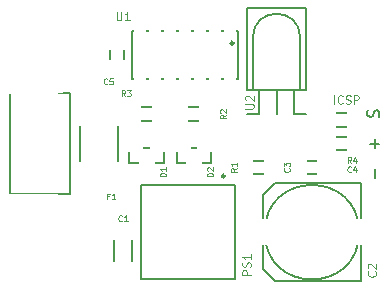
<source format=gbr>
G04 #@! TF.FileFunction,Legend,Top*
%FSLAX46Y46*%
G04 Gerber Fmt 4.6, Leading zero omitted, Abs format (unit mm)*
G04 Created by KiCad (PCBNEW (2015-08-26 BZR 6129, Git 2e41367)-product) date 9/23/2019 12:40:44 AM*
%MOMM*%
G01*
G04 APERTURE LIST*
%ADD10C,0.100000*%
%ADD11C,0.150000*%
%ADD12C,0.250000*%
%ADD13C,0.120000*%
%ADD14C,7.500000*%
%ADD15R,2.000000X1.400000*%
%ADD16R,1.300000X1.700000*%
%ADD17R,1.700000X1.300000*%
%ADD18R,2.400000X2.200000*%
%ADD19O,2.400000X2.200000*%
%ADD20C,2.400000*%
%ADD21R,2.400000X2.400000*%
%ADD22O,1.900000X2.900000*%
%ADD23R,4.700000X2.200000*%
%ADD24R,1.600000X1.750000*%
%ADD25R,1.750000X1.600000*%
%ADD26R,3.000000X3.000000*%
%ADD27R,2.200000X2.200000*%
%ADD28C,2.200000*%
%ADD29C,1.900000*%
%ADD30R,3.900000X2.180000*%
%ADD31R,1.400000X1.800000*%
%ADD32R,1.000000X2.400000*%
G04 APERTURE END LIST*
D10*
D11*
X11321429Y-2920952D02*
X11321429Y-2159047D01*
X11654762Y2254286D02*
X11702381Y2397143D01*
X11702381Y2635239D01*
X11654762Y2730477D01*
X11607143Y2778096D01*
X11511905Y2825715D01*
X11416667Y2825715D01*
X11321429Y2778096D01*
X11273810Y2730477D01*
X11226190Y2635239D01*
X11178571Y2444762D01*
X11130952Y2349524D01*
X11083333Y2301905D01*
X10988095Y2254286D01*
X10892857Y2254286D01*
X10797619Y2301905D01*
X10750000Y2349524D01*
X10702381Y2444762D01*
X10702381Y2682858D01*
X10750000Y2825715D01*
X11321429Y-380952D02*
X11321429Y380953D01*
X11702381Y1D02*
X10940476Y1D01*
X-9200000Y-7500000D02*
X-9200000Y-10700000D01*
X-9200000Y-10700000D02*
X-10800000Y-10700000D01*
X-10800000Y-10700000D02*
X-10800000Y-7500000D01*
X-10800000Y-7500000D02*
X-9200000Y-7500000D01*
X7500000Y-562500D02*
X9500000Y-562500D01*
X9500000Y-562500D02*
X9500000Y562500D01*
X9500000Y562500D02*
X7500000Y562500D01*
X7500000Y562500D02*
X7500000Y-562500D01*
X-11062500Y8500000D02*
X-11062500Y6500000D01*
X-11062500Y6500000D02*
X-9937500Y6500000D01*
X-9937500Y6500000D02*
X-9937500Y8500000D01*
X-9937500Y8500000D02*
X-11062500Y8500000D01*
X4500000Y4500000D02*
X4500000Y2500000D01*
X4500000Y2500000D02*
X5500000Y2500000D01*
X3000000Y4500000D02*
X3000000Y2500000D01*
X500000Y2500000D02*
X1500000Y2500000D01*
X1500000Y2500000D02*
X1500000Y4500000D01*
X5000000Y9000000D02*
X5000000Y4500000D01*
X1000000Y4500000D02*
X1000000Y9000000D01*
X5000000Y9000000D02*
G75*
G03X1000000Y9000000I-2000000J0D01*
G01*
X500000Y4500000D02*
X500000Y11500000D01*
X500000Y11500000D02*
X5500000Y11500000D01*
X5500000Y11500000D02*
X5500000Y4500000D01*
X5500000Y4500000D02*
X500000Y4500000D01*
X2850000Y-11650000D02*
X1850000Y-10650000D01*
X1850000Y-4350000D02*
X2850000Y-3350000D01*
X10150000Y-3350000D02*
X10150000Y-11650000D01*
X10150000Y-11650000D02*
X2850000Y-11650000D01*
X1850000Y-10650000D02*
X1850000Y-4350000D01*
X2850000Y-3350000D02*
X10150000Y-3350000D01*
X10000000Y-7500000D02*
G75*
G03X10000000Y-7500000I-4000000J0D01*
G01*
X5000000Y-2562500D02*
X7000000Y-2562500D01*
X7000000Y-2562500D02*
X7000000Y-1437500D01*
X7000000Y-1437500D02*
X5000000Y-1437500D01*
X5000000Y-1437500D02*
X5000000Y-2562500D01*
X-3000000Y3062500D02*
X-5000000Y3062500D01*
X-5000000Y3062500D02*
X-5000000Y1937500D01*
X-5000000Y1937500D02*
X-3000000Y1937500D01*
X-3000000Y1937500D02*
X-3000000Y3062500D01*
X-7000000Y3062500D02*
X-9000000Y3062500D01*
X-9000000Y3062500D02*
X-9000000Y1937500D01*
X-9000000Y1937500D02*
X-7000000Y1937500D01*
X-7000000Y1937500D02*
X-7000000Y3062500D01*
X9500000Y2562500D02*
X7500000Y2562500D01*
X7500000Y2562500D02*
X7500000Y1437500D01*
X7500000Y1437500D02*
X9500000Y1437500D01*
X9500000Y1437500D02*
X9500000Y2562500D01*
D12*
X-1375000Y-2750000D02*
G75*
G03X-1375000Y-2750000I-125000J0D01*
G01*
D11*
X-8500000Y-3500000D02*
X-8500000Y-11500000D01*
X-8500000Y-11500000D02*
X-500000Y-11500000D01*
X-500000Y-11500000D02*
X-500000Y-3500000D01*
X-500000Y-3500000D02*
X-8500000Y-3500000D01*
X-19550000Y-4300000D02*
X-19550000Y4300000D01*
X-19550000Y4300000D02*
X-14450000Y4300000D01*
X-14450000Y4300000D02*
X-14450000Y-4300000D01*
X-14450000Y-4300000D02*
X-19550000Y-4300000D01*
X-10380000Y2275000D02*
X-10380000Y-2275000D01*
X-10380000Y-2275000D02*
X-13620000Y-2275000D01*
X-13620000Y-2275000D02*
X-13620000Y2275000D01*
X-13620000Y2275000D02*
X-10380000Y2275000D01*
X-6540000Y-350000D02*
X-6540000Y-1650000D01*
X-6540000Y-1650000D02*
X-9460000Y-1650000D01*
X-9460000Y-1650000D02*
X-9460000Y-350000D01*
X-9460000Y-350000D02*
X-6540000Y-350000D01*
X-2540000Y-350000D02*
X-2540000Y-1650000D01*
X-2540000Y-1650000D02*
X-5460000Y-1650000D01*
X-5460000Y-1650000D02*
X-5460000Y-350000D01*
X-5460000Y-350000D02*
X-2540000Y-350000D01*
X-250000Y9500000D02*
X-9250000Y9500000D01*
X-9250000Y9500000D02*
X-9250000Y5500000D01*
X-9250000Y5500000D02*
X-250000Y5500000D01*
X-250000Y5500000D02*
X-250000Y9500000D01*
D12*
X-625000Y8500000D02*
G75*
G03X-625000Y8500000I-125000J0D01*
G01*
D11*
X500000Y-2562500D02*
X2500000Y-2562500D01*
X2500000Y-2562500D02*
X2500000Y-1437500D01*
X2500000Y-1437500D02*
X500000Y-1437500D01*
X500000Y-1437500D02*
X500000Y-2562500D01*
D10*
X-10083333Y-6528571D02*
X-10107143Y-6552381D01*
X-10178571Y-6576190D01*
X-10226190Y-6576190D01*
X-10297619Y-6552381D01*
X-10345238Y-6504762D01*
X-10369047Y-6457143D01*
X-10392857Y-6361905D01*
X-10392857Y-6290476D01*
X-10369047Y-6195238D01*
X-10345238Y-6147619D01*
X-10297619Y-6100000D01*
X-10226190Y-6076190D01*
X-10178571Y-6076190D01*
X-10107143Y-6100000D01*
X-10083333Y-6123810D01*
X-9607143Y-6576190D02*
X-9892857Y-6576190D01*
X-9750000Y-6576190D02*
X-9750000Y-6076190D01*
X-9797619Y-6147619D01*
X-9845238Y-6195238D01*
X-9892857Y-6219048D01*
X9316667Y-2378571D02*
X9292857Y-2402381D01*
X9221429Y-2426190D01*
X9173810Y-2426190D01*
X9102381Y-2402381D01*
X9054762Y-2354762D01*
X9030953Y-2307143D01*
X9007143Y-2211905D01*
X9007143Y-2140476D01*
X9030953Y-2045238D01*
X9054762Y-1997619D01*
X9102381Y-1950000D01*
X9173810Y-1926190D01*
X9221429Y-1926190D01*
X9292857Y-1950000D01*
X9316667Y-1973810D01*
X9745238Y-2092857D02*
X9745238Y-2426190D01*
X9626191Y-1902381D02*
X9507143Y-2259524D01*
X9816667Y-2259524D01*
X-11333333Y5071429D02*
X-11357143Y5047619D01*
X-11428571Y5023810D01*
X-11476190Y5023810D01*
X-11547619Y5047619D01*
X-11595238Y5095238D01*
X-11619047Y5142857D01*
X-11642857Y5238095D01*
X-11642857Y5309524D01*
X-11619047Y5404762D01*
X-11595238Y5452381D01*
X-11547619Y5500000D01*
X-11476190Y5523810D01*
X-11428571Y5523810D01*
X-11357143Y5500000D01*
X-11333333Y5476190D01*
X-10880952Y5523810D02*
X-11119047Y5523810D01*
X-11142857Y5285714D01*
X-11119047Y5309524D01*
X-11071428Y5333333D01*
X-10952381Y5333333D01*
X-10904762Y5309524D01*
X-10880952Y5285714D01*
X-10857143Y5238095D01*
X-10857143Y5119048D01*
X-10880952Y5071429D01*
X-10904762Y5047619D01*
X-10952381Y5023810D01*
X-11071428Y5023810D01*
X-11119047Y5047619D01*
X-11142857Y5071429D01*
D13*
X7866667Y3383333D02*
X7866667Y4083333D01*
X8600000Y3450000D02*
X8566666Y3416667D01*
X8466666Y3383333D01*
X8400000Y3383333D01*
X8300000Y3416667D01*
X8233333Y3483333D01*
X8200000Y3550000D01*
X8166666Y3683333D01*
X8166666Y3783333D01*
X8200000Y3916667D01*
X8233333Y3983333D01*
X8300000Y4050000D01*
X8400000Y4083333D01*
X8466666Y4083333D01*
X8566666Y4050000D01*
X8600000Y4016667D01*
X8866666Y3416667D02*
X8966666Y3383333D01*
X9133333Y3383333D01*
X9200000Y3416667D01*
X9233333Y3450000D01*
X9266666Y3516667D01*
X9266666Y3583333D01*
X9233333Y3650000D01*
X9200000Y3683333D01*
X9133333Y3716667D01*
X9000000Y3750000D01*
X8933333Y3783333D01*
X8900000Y3816667D01*
X8866666Y3883333D01*
X8866666Y3950000D01*
X8900000Y4016667D01*
X8933333Y4050000D01*
X9000000Y4083333D01*
X9166666Y4083333D01*
X9266666Y4050000D01*
X9566667Y3383333D02*
X9566667Y4083333D01*
X9833333Y4083333D01*
X9900000Y4050000D01*
X9933333Y4016667D01*
X9966667Y3950000D01*
X9966667Y3850000D01*
X9933333Y3783333D01*
X9900000Y3750000D01*
X9833333Y3716667D01*
X9566667Y3716667D01*
X366667Y2966667D02*
X933333Y2966667D01*
X1000000Y3000000D01*
X1033333Y3033333D01*
X1066667Y3100000D01*
X1066667Y3233333D01*
X1033333Y3300000D01*
X1000000Y3333333D01*
X933333Y3366667D01*
X366667Y3366667D01*
X433333Y3666666D02*
X400000Y3700000D01*
X366667Y3766666D01*
X366667Y3933333D01*
X400000Y4000000D01*
X433333Y4033333D01*
X500000Y4066666D01*
X566667Y4066666D01*
X666667Y4033333D01*
X1066667Y3633333D01*
X1066667Y4066666D01*
X11350000Y-10816666D02*
X11383333Y-10850000D01*
X11416667Y-10950000D01*
X11416667Y-11016666D01*
X11383333Y-11116666D01*
X11316667Y-11183333D01*
X11250000Y-11216666D01*
X11116667Y-11250000D01*
X11016667Y-11250000D01*
X10883333Y-11216666D01*
X10816667Y-11183333D01*
X10750000Y-11116666D01*
X10716667Y-11016666D01*
X10716667Y-10950000D01*
X10750000Y-10850000D01*
X10783333Y-10816666D01*
X10783333Y-10550000D02*
X10750000Y-10516666D01*
X10716667Y-10450000D01*
X10716667Y-10283333D01*
X10750000Y-10216666D01*
X10783333Y-10183333D01*
X10850000Y-10150000D01*
X10916667Y-10150000D01*
X11016667Y-10183333D01*
X11416667Y-10583333D01*
X11416667Y-10150000D01*
D10*
X4078571Y-2083333D02*
X4102381Y-2107143D01*
X4126190Y-2178571D01*
X4126190Y-2226190D01*
X4102381Y-2297619D01*
X4054762Y-2345238D01*
X4007143Y-2369047D01*
X3911905Y-2392857D01*
X3840476Y-2392857D01*
X3745238Y-2369047D01*
X3697619Y-2345238D01*
X3650000Y-2297619D01*
X3626190Y-2226190D01*
X3626190Y-2178571D01*
X3650000Y-2107143D01*
X3673810Y-2083333D01*
X3626190Y-1916666D02*
X3626190Y-1607143D01*
X3816667Y-1773809D01*
X3816667Y-1702381D01*
X3840476Y-1654762D01*
X3864286Y-1630952D01*
X3911905Y-1607143D01*
X4030952Y-1607143D01*
X4078571Y-1630952D01*
X4102381Y-1654762D01*
X4126190Y-1702381D01*
X4126190Y-1845238D01*
X4102381Y-1892857D01*
X4078571Y-1916666D01*
X-1273810Y2416667D02*
X-1511905Y2250000D01*
X-1273810Y2130953D02*
X-1773810Y2130953D01*
X-1773810Y2321429D01*
X-1750000Y2369048D01*
X-1726190Y2392857D01*
X-1678571Y2416667D01*
X-1607143Y2416667D01*
X-1559524Y2392857D01*
X-1535714Y2369048D01*
X-1511905Y2321429D01*
X-1511905Y2130953D01*
X-1726190Y2607143D02*
X-1750000Y2630953D01*
X-1773810Y2678572D01*
X-1773810Y2797619D01*
X-1750000Y2845238D01*
X-1726190Y2869048D01*
X-1678571Y2892857D01*
X-1630952Y2892857D01*
X-1559524Y2869048D01*
X-1273810Y2583334D01*
X-1273810Y2892857D01*
X-9833333Y4023810D02*
X-10000000Y4261905D01*
X-10119047Y4023810D02*
X-10119047Y4523810D01*
X-9928571Y4523810D01*
X-9880952Y4500000D01*
X-9857143Y4476190D01*
X-9833333Y4428571D01*
X-9833333Y4357143D01*
X-9857143Y4309524D01*
X-9880952Y4285714D01*
X-9928571Y4261905D01*
X-10119047Y4261905D01*
X-9666666Y4523810D02*
X-9357143Y4523810D01*
X-9523809Y4333333D01*
X-9452381Y4333333D01*
X-9404762Y4309524D01*
X-9380952Y4285714D01*
X-9357143Y4238095D01*
X-9357143Y4119048D01*
X-9380952Y4071429D01*
X-9404762Y4047619D01*
X-9452381Y4023810D01*
X-9595238Y4023810D01*
X-9642857Y4047619D01*
X-9666666Y4071429D01*
X9316667Y-1626190D02*
X9150000Y-1388095D01*
X9030953Y-1626190D02*
X9030953Y-1126190D01*
X9221429Y-1126190D01*
X9269048Y-1150000D01*
X9292857Y-1173810D01*
X9316667Y-1221429D01*
X9316667Y-1292857D01*
X9292857Y-1340476D01*
X9269048Y-1364286D01*
X9221429Y-1388095D01*
X9030953Y-1388095D01*
X9745238Y-1292857D02*
X9745238Y-1626190D01*
X9626191Y-1102381D02*
X9507143Y-1459524D01*
X9816667Y-1459524D01*
D13*
X816667Y-11100000D02*
X116667Y-11100000D01*
X116667Y-10833334D01*
X150000Y-10766667D01*
X183333Y-10733334D01*
X250000Y-10700000D01*
X350000Y-10700000D01*
X416667Y-10733334D01*
X450000Y-10766667D01*
X483333Y-10833334D01*
X483333Y-11100000D01*
X783333Y-10433334D02*
X816667Y-10333334D01*
X816667Y-10166667D01*
X783333Y-10100000D01*
X750000Y-10066667D01*
X683333Y-10033334D01*
X616667Y-10033334D01*
X550000Y-10066667D01*
X516667Y-10100000D01*
X483333Y-10166667D01*
X450000Y-10300000D01*
X416667Y-10366667D01*
X383333Y-10400000D01*
X316667Y-10433334D01*
X250000Y-10433334D01*
X183333Y-10400000D01*
X150000Y-10366667D01*
X116667Y-10300000D01*
X116667Y-10133334D01*
X150000Y-10033334D01*
X816667Y-9366667D02*
X816667Y-9766667D01*
X816667Y-9566667D02*
X116667Y-9566667D01*
X216667Y-9633333D01*
X283333Y-9700000D01*
X316667Y-9766667D01*
D10*
X-11166666Y-4464286D02*
X-11333332Y-4464286D01*
X-11333332Y-4726190D02*
X-11333332Y-4226190D01*
X-11095237Y-4226190D01*
X-10642857Y-4726190D02*
X-10928571Y-4726190D01*
X-10785714Y-4726190D02*
X-10785714Y-4226190D01*
X-10833333Y-4297619D01*
X-10880952Y-4345238D01*
X-10928571Y-4369048D01*
X-6373810Y-2769047D02*
X-6873810Y-2769047D01*
X-6873810Y-2650000D01*
X-6850000Y-2578571D01*
X-6802381Y-2530952D01*
X-6754762Y-2507143D01*
X-6659524Y-2483333D01*
X-6588095Y-2483333D01*
X-6492857Y-2507143D01*
X-6445238Y-2530952D01*
X-6397619Y-2578571D01*
X-6373810Y-2650000D01*
X-6373810Y-2769047D01*
X-6373810Y-2007143D02*
X-6373810Y-2292857D01*
X-6373810Y-2150000D02*
X-6873810Y-2150000D01*
X-6802381Y-2197619D01*
X-6754762Y-2245238D01*
X-6730952Y-2292857D01*
X-2373810Y-2769047D02*
X-2873810Y-2769047D01*
X-2873810Y-2650000D01*
X-2850000Y-2578571D01*
X-2802381Y-2530952D01*
X-2754762Y-2507143D01*
X-2659524Y-2483333D01*
X-2588095Y-2483333D01*
X-2492857Y-2507143D01*
X-2445238Y-2530952D01*
X-2397619Y-2578571D01*
X-2373810Y-2650000D01*
X-2373810Y-2769047D01*
X-2826190Y-2292857D02*
X-2850000Y-2269047D01*
X-2873810Y-2221428D01*
X-2873810Y-2102381D01*
X-2850000Y-2054762D01*
X-2826190Y-2030952D01*
X-2778571Y-2007143D01*
X-2730952Y-2007143D01*
X-2659524Y-2030952D01*
X-2373810Y-2316666D01*
X-2373810Y-2007143D01*
D13*
X-10533333Y11133333D02*
X-10533333Y10566667D01*
X-10500000Y10500000D01*
X-10466667Y10466667D01*
X-10400000Y10433333D01*
X-10266667Y10433333D01*
X-10200000Y10466667D01*
X-10166667Y10500000D01*
X-10133333Y10566667D01*
X-10133333Y11133333D01*
X-9433334Y10433333D02*
X-9833334Y10433333D01*
X-9633334Y10433333D02*
X-9633334Y11133333D01*
X-9700000Y11033333D01*
X-9766667Y10966667D01*
X-9833334Y10933333D01*
D10*
X-373810Y-2083333D02*
X-611905Y-2250000D01*
X-373810Y-2369047D02*
X-873810Y-2369047D01*
X-873810Y-2178571D01*
X-850000Y-2130952D01*
X-826190Y-2107143D01*
X-778571Y-2083333D01*
X-707143Y-2083333D01*
X-659524Y-2107143D01*
X-635714Y-2130952D01*
X-611905Y-2178571D01*
X-611905Y-2369047D01*
X-373810Y-1607143D02*
X-373810Y-1892857D01*
X-373810Y-1750000D02*
X-873810Y-1750000D01*
X-802381Y-1797619D01*
X-754762Y-1845238D01*
X-730952Y-1892857D01*
%LPC*%
D14*
X-16000000Y-8000000D02*
X-16000000Y-12000000D01*
X-20000000Y-8000000D02*
X-16000000Y-8000000D01*
X-16000000Y8000000D02*
X-20000000Y8000000D01*
X-16000000Y12000000D02*
X-16000000Y8000000D01*
X16000000Y8000000D02*
X16000000Y12000000D01*
X20000000Y8000000D02*
X16000000Y8000000D01*
X16000000Y-8000000D02*
X20000000Y-8000000D01*
X16000000Y-12000000D02*
X16000000Y-8000000D01*
D15*
X-10000000Y-7500000D03*
X-10000000Y-10700000D03*
D16*
X7450000Y0D03*
X9550000Y0D03*
D17*
X-10500000Y8550000D03*
X-10500000Y6450000D03*
D18*
X10160000Y5460000D03*
D19*
X7620000Y5460000D03*
D20*
X10160000Y8000000D03*
D19*
X7620000Y8000000D03*
D20*
X10160000Y10540000D03*
D19*
X7620000Y10540000D03*
D21*
X16000000Y-2540000D03*
X13460000Y-2540000D03*
D20*
X16000000Y0D03*
D19*
X13460000Y0D03*
D20*
X16000000Y2540000D03*
D19*
X13460000Y2540000D03*
D22*
X460000Y1000000D03*
X3000000Y1000000D03*
X5540000Y1000000D03*
D23*
X2750000Y-7500000D03*
X9250000Y-7500000D03*
D16*
X4950000Y-2000000D03*
X7050000Y-2000000D03*
X-2950000Y2500000D03*
X-5050000Y2500000D03*
X-6950000Y2500000D03*
X-9050000Y2500000D03*
X9550000Y2000000D03*
X7450000Y2000000D03*
D24*
X-2700000Y-4525000D03*
X-4500000Y-4525000D03*
X-6300000Y-4525000D03*
X-6300000Y-10475000D03*
X-4500000Y-10475000D03*
X-2700000Y-10475000D03*
D25*
X-7475000Y-7500000D03*
X-1525000Y-7500000D03*
D26*
X-4500000Y-7500000D03*
D27*
X-18270000Y-1905000D03*
D28*
X-15730000Y-635000D03*
X-18270000Y635000D03*
X-15730000Y1905000D03*
D29*
X-16470000Y-3255000D03*
D30*
X-12000000Y2615000D03*
X-12000000Y-2615000D03*
D31*
X-7050000Y100000D03*
X-8950000Y100000D03*
X-8000000Y-2100000D03*
X-3050000Y100000D03*
X-4950000Y100000D03*
X-4000000Y-2100000D03*
D32*
X-940000Y10100000D03*
X-2210000Y10100000D03*
X-3480000Y10100000D03*
X-4750000Y10100000D03*
X-6020000Y10100000D03*
X-7290000Y10100000D03*
X-8560000Y10100000D03*
X-8560000Y4900000D03*
X-7290000Y4900000D03*
X-6020000Y4900000D03*
X-4750000Y4900000D03*
X-3480000Y4900000D03*
X-2210000Y4900000D03*
X-940000Y4900000D03*
D16*
X450000Y-2000000D03*
X2550000Y-2000000D03*
M02*

</source>
